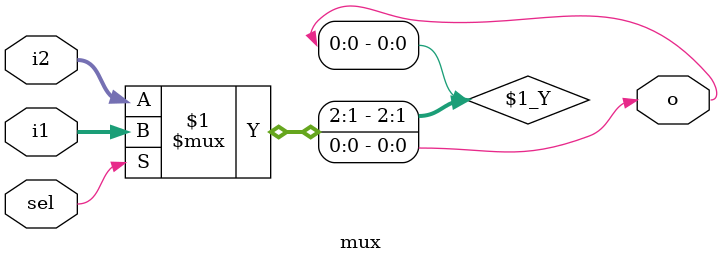
<source format=v>
module mux(i1,i2,sel,o);
input [2:0] i1,i2;
input sel;
output o;
assign o=sel?i1:i2;
endmodule

</source>
